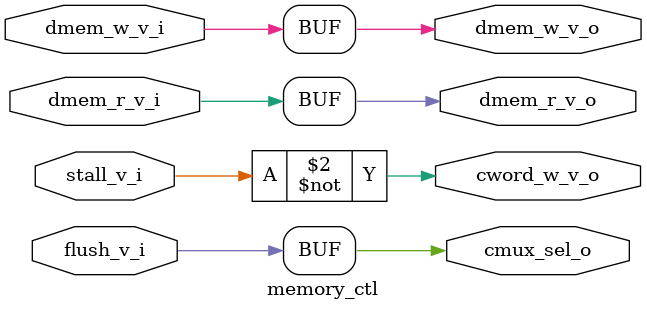
<source format=sv>
module memory_ctl #()
  ( input logic stall_v_i
    , input logic flush_v_i
    
    , output logic cmux_sel_o
    , output logic cword_w_v_o
    
    , input logic dmem_r_v_i
    , input logic dmem_w_v_i
    
    , output logic dmem_r_v_o
    , output logic dmem_w_v_o
    );
    
always_comb begin
  cword_w_v_o = ~stall_v_i;
  
  cmux_sel_o = flush_v_i;
  
  dmem_r_v_o = dmem_r_v_i;
  dmem_w_v_o = dmem_w_v_i;
end

endmodule : memory_ctl

</source>
